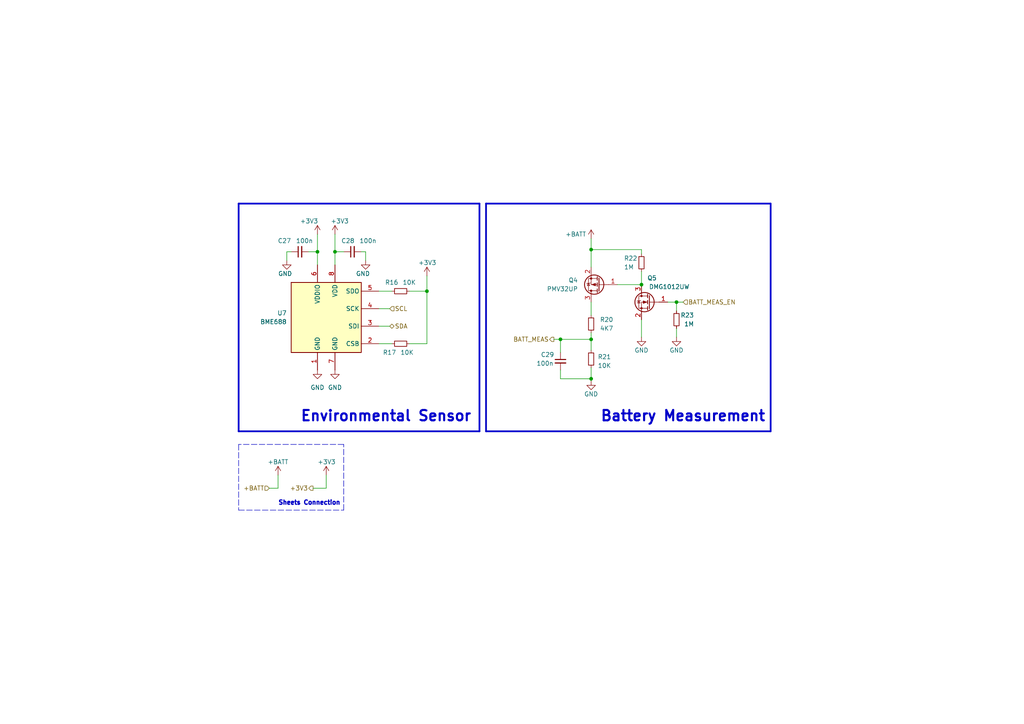
<source format=kicad_sch>
(kicad_sch (version 20231120) (generator "eeschema") (generator_version "8.0")
  (paper "A4")
  (title_block (title "Sensor") (date "2024-04-06") (rev "5") (company "Teapot Laboratories"))
  (lib_symbols
    (symbol "Device:C_Small" (pin_numbers hide) (pin_names (offset 0.254) hide)
      (property "Reference" "C" (at 0.254 1.778 0))
      (property "Value" "C_Small" (at 0.254 -2.032 0))
      (symbol "C_Small_0_1"
        (polyline (pts (xy -1.524 -0.508) (xy 1.524 -0.508)) (stroke (width 0.3302)))
        (polyline (pts (xy -1.524 0.508) (xy 1.524 0.508)) (stroke (width 0.3048)))
      )
      (symbol "C_Small_1_1"
        (pin passive line (at 0 2.54 270) (length 2.032) (name "~") (number "1"))
        (pin passive line (at 0 -2.54 90) (length 2.032) (name "~") (number "2"))
      )
    )
    (symbol "Device:Q_NMOS_GSD" (pin_names (offset 0) hide)
      (property "Reference" "Q" (at 5.08 1.27 0))
      (property "Value" "Q_NMOS_GSD" (at 5.08 -1.27 0))
      (symbol "Q_NMOS_GSD_0_1"
        (polyline (pts (xy 0.254 0) (xy -2.54 0)))
        (polyline (pts (xy 0.254 1.905) (xy 0.254 -1.905)) (stroke (width 0.254)))
        (polyline (pts (xy 0.762 -1.27) (xy 0.762 -2.286)) (stroke (width 0.254)))
        (polyline (pts (xy 0.762 0.508) (xy 0.762 -0.508)) (stroke (width 0.254)))
        (polyline (pts (xy 0.762 2.286) (xy 0.762 1.27)) (stroke (width 0.254)))
        (polyline (pts (xy 2.54 2.54) (xy 2.54 1.778)))
        (polyline (pts (xy 2.54 -2.54) (xy 2.54 0) (xy 0.762 0)))
        (polyline (pts (xy 0.762 -1.778) (xy 3.302 -1.778) (xy 3.302 1.778) (xy 0.762 1.778)))
        (polyline (pts (xy 1.016 0) (xy 2.032 0.381) (xy 2.032 -0.381) (xy 1.016 0)) (fill (type outline)))
        (polyline (pts (xy 2.794 0.508) (xy 2.921 0.381) (xy 3.683 0.381) (xy 3.81 0.254)))
        (polyline (pts (xy 3.302 0.381) (xy 2.921 -0.254) (xy 3.683 -0.254) (xy 3.302 0.381)))
        (circle (center 1.651 0) (radius 2.794) (stroke (width 0.254)))
        (circle (center 2.54 -1.778) (radius 0.254) (fill (type outline)))
        (circle (center 2.54 1.778) (radius 0.254) (fill (type outline)))
      )
      (symbol "Q_NMOS_GSD_1_1"
        (pin input line (at -5.08 0 0) (length 2.54) (name "G") (number "1"))
        (pin passive line (at 2.54 -5.08 90) (length 2.54) (name "S") (number "2"))
        (pin passive line (at 2.54 5.08 270) (length 2.54) (name "D") (number "3"))
      )
    )
    (symbol "Device:Q_PMOS_GSD" (pin_names (offset 0) hide)
      (property "Reference" "Q" (at 5.08 1.27 0))
      (property "Value" "Q_PMOS_GSD" (at 5.08 -1.27 0))
      (symbol "Q_PMOS_GSD_0_1"
        (polyline (pts (xy 0.254 0) (xy -2.54 0)))
        (polyline (pts (xy 0.254 1.905) (xy 0.254 -1.905)) (stroke (width 0.254)))
        (polyline (pts (xy 0.762 -1.27) (xy 0.762 -2.286)) (stroke (width 0.254)))
        (polyline (pts (xy 0.762 0.508) (xy 0.762 -0.508)) (stroke (width 0.254)))
        (polyline (pts (xy 0.762 2.286) (xy 0.762 1.27)) (stroke (width 0.254)))
        (polyline (pts (xy 2.54 2.54) (xy 2.54 1.778)))
        (polyline (pts (xy 2.54 -2.54) (xy 2.54 0) (xy 0.762 0)))
        (polyline (pts (xy 0.762 1.778) (xy 3.302 1.778) (xy 3.302 -1.778) (xy 0.762 -1.778)))
        (polyline (pts (xy 2.286 0) (xy 1.27 0.381) (xy 1.27 -0.381) (xy 2.286 0)) (fill (type outline)))
        (polyline (pts (xy 2.794 -0.508) (xy 2.921 -0.381) (xy 3.683 -0.381) (xy 3.81 -0.254)))
        (polyline (pts (xy 3.302 -0.381) (xy 2.921 0.254) (xy 3.683 0.254) (xy 3.302 -0.381)))
        (circle (center 1.651 0) (radius 2.794) (stroke (width 0.254)))
        (circle (center 2.54 -1.778) (radius 0.254) (fill (type outline)))
        (circle (center 2.54 1.778) (radius 0.254) (fill (type outline)))
      )
      (symbol "Q_PMOS_GSD_1_1"
        (pin input line (at -5.08 0 0) (length 2.54) (name "G") (number "1"))
        (pin passive line (at 2.54 -5.08 90) (length 2.54) (name "S") (number "2"))
        (pin passive line (at 2.54 5.08 270) (length 2.54) (name "D") (number "3"))
      )
    )
    (symbol "Device:R_Small" (pin_numbers hide) (pin_names (offset 0.254) hide)
      (property "Reference" "R" (at 0.762 0.508 0))
      (property "Value" "R_Small" (at 0.762 -1.016 0))
      (symbol "R_Small_0_1"
        (rectangle (start -0.762 1.778) (end 0.762 -1.778) (stroke (width 0.2032)))
      )
      (symbol "R_Small_1_1"
        (pin passive line (at 0 2.54 270) (length 0.762) (name "~") (number "1"))
        (pin passive line (at 0 -2.54 90) (length 0.762) (name "~") (number "2"))
      )
    )
    (symbol "Sensor:BME680"
      (property "Reference" "U" (at -8.89 11.43 0))
      (property "Value" "BME680" (at 7.62 11.43 0))
      (symbol "BME680_0_1"
        (rectangle (start -10.16 10.16) (end 10.16 -10.16) (stroke (width 0.254)) (fill (type background)))
      )
      (symbol "BME680_1_1"
        (pin power_in line (at -2.54 -15.24 90) (length 5.08) (name "GND") (number "1"))
        (pin input line (at 15.24 -7.62 180) (length 5.08) (name "CSB") (number "2"))
        (pin bidirectional line (at 15.24 -2.54 180) (length 5.08) (name "SDI") (number "3"))
        (pin input line (at 15.24 2.54 180) (length 5.08) (name "SCK") (number "4"))
        (pin bidirectional line (at 15.24 7.62 180) (length 5.08) (name "SDO") (number "5"))
        (pin power_in line (at -2.54 15.24 270) (length 5.08) (name "VDDIO") (number "6"))
        (pin power_in line (at 2.54 -15.24 90) (length 5.08) (name "GND") (number "7"))
        (pin power_in line (at 2.54 15.24 270) (length 5.08) (name "VDD") (number "8"))
      )
    )
    (symbol "power:+3V3" (power) (pin_names (offset 0))
      (property "Value" "+3V3" (at 0 3.556 0))
      (symbol "+3V3_0_1"
        (polyline (pts (xy -0.762 1.27) (xy 0 2.54)))
        (polyline (pts (xy 0 0) (xy 0 2.54)))
        (polyline (pts (xy 0 2.54) (xy 0.762 1.27)))
      )
      (symbol "+3V3_1_1"
        (pin power_in line (at 0 0 90) (length 0) hide (name "+3V3") (number "1"))
      )
    )
    (symbol "power:+BATT" (power) (pin_names (offset 0))
      (property "Value" "+BATT" (at 0 3.556 0))
      (symbol "+BATT_0_1"
        (polyline (pts (xy -0.762 1.27) (xy 0 2.54)))
        (polyline (pts (xy 0 0) (xy 0 2.54)))
        (polyline (pts (xy 0 2.54) (xy 0.762 1.27)))
      )
      (symbol "+BATT_1_1"
        (pin power_in line (at 0 0 90) (length 0) hide (name "+BATT") (number "1"))
      )
    )
    (symbol "power:GND" (power) (pin_names (offset 0))
      (property "Value" "GND" (at 0 -3.81 0))
      (symbol "GND_0_1"
        (polyline (pts (xy 0 0) (xy 0 -1.27) (xy 1.27 -1.27) (xy 0 -2.54) (xy -1.27 -1.27) (xy 0 -1.27)))
      )
      (symbol "GND_1_1"
        (pin power_in line (at 0 0 270) (length 0) hide (name "GND") (number "1"))
      )
    )
  )
  (junction (at 162.56 98.425))
  (junction (at 186.055 82.55))
  (junction (at 92.075 73.025))
  (junction (at 123.825 84.455))
  (junction (at 171.45 109.855))
  (junction (at 171.45 72.39))
  (junction (at 97.155 73.025))
  (junction (at 171.45 98.425))
  (junction (at 196.215 87.63))
  (wire (pts (xy 162.56 98.425) (xy 171.45 98.425)))
  (wire (pts (xy 92.075 73.025) (xy 92.075 76.835)))
  (wire (pts (xy 109.855 99.695) (xy 113.665 99.695)))
  (wire (pts (xy 171.45 96.52) (xy 171.45 98.425)))
  (polyline (pts (xy 69.215 59.055) (xy 69.215 125.095)) (stroke (width 0.5)))
  (wire (pts (xy 84.455 73.025) (xy 83.185 73.025)))
  (wire (pts (xy 109.855 94.615) (xy 113.03 94.615)))
  (polyline (pts (xy 69.215 128.905) (xy 69.215 147.955)) (stroke (width 0) (type dash)))
  (polyline (pts (xy 99.695 128.905) (xy 69.215 128.905)) (stroke (width 0) (type dash)))
  (wire (pts (xy 123.825 99.695) (xy 123.825 84.455)))
  (wire (pts (xy 162.56 98.425) (xy 162.56 102.235)))
  (polyline (pts (xy 140.97 59.055) (xy 140.97 125.095)) (stroke (width 0.5)))
  (wire (pts (xy 171.45 109.855) (xy 171.45 110.49)))
  (wire (pts (xy 186.055 73.66) (xy 186.055 72.39)))
  (polyline (pts (xy 69.215 147.955) (xy 99.695 147.955)) (stroke (width 0) (type dash)))
  (wire (pts (xy 171.45 69.215) (xy 171.45 72.39)))
  (wire (pts (xy 123.825 80.01) (xy 123.825 84.455)))
  (wire (pts (xy 186.055 72.39) (xy 171.45 72.39)))
  (wire (pts (xy 118.745 99.695) (xy 123.825 99.695)))
  (wire (pts (xy 109.855 84.455) (xy 113.665 84.455)))
  (polyline (pts (xy 223.52 59.055) (xy 223.52 125.095)) (stroke (width 0.5)))
  (wire (pts (xy 92.075 67.945) (xy 92.075 73.025)))
  (polyline (pts (xy 69.215 59.055) (xy 139.065 59.055)) (stroke (width 0.5)))
  (wire (pts (xy 92.075 73.025) (xy 89.535 73.025)))
  (wire (pts (xy 196.215 95.25) (xy 196.215 97.79)))
  (wire (pts (xy 94.615 141.605) (xy 90.805 141.605)))
  (wire (pts (xy 97.155 73.025) (xy 97.155 76.835)))
  (wire (pts (xy 162.56 107.315) (xy 162.56 109.855)))
  (wire (pts (xy 118.745 84.455) (xy 123.825 84.455)))
  (wire (pts (xy 179.07 82.55) (xy 186.055 82.55)))
  (wire (pts (xy 80.645 141.605) (xy 78.105 141.605)))
  (wire (pts (xy 171.45 98.425) (xy 171.45 101.6)))
  (wire (pts (xy 171.45 106.68) (xy 171.45 109.855)))
  (polyline (pts (xy 223.52 125.095) (xy 140.97 125.095)) (stroke (width 0.5)))
  (wire (pts (xy 196.215 87.63) (xy 196.215 90.17)))
  (wire (pts (xy 186.055 92.71) (xy 186.055 97.79)))
  (polyline (pts (xy 140.97 59.055) (xy 223.52 59.055)) (stroke (width 0.5)))
  (wire (pts (xy 104.775 73.025) (xy 106.045 73.025)))
  (polyline (pts (xy 139.065 59.055) (xy 139.065 125.095)) (stroke (width 0.5)))
  (wire (pts (xy 97.155 73.025) (xy 99.695 73.025)))
  (wire (pts (xy 109.855 89.535) (xy 113.03 89.535)))
  (polyline (pts (xy 99.695 147.955) (xy 99.695 128.905)) (stroke (width 0) (type dash)))
  (wire (pts (xy 80.645 137.795) (xy 80.645 141.605)))
  (wire (pts (xy 171.45 87.63) (xy 171.45 91.44)))
  (wire (pts (xy 171.45 72.39) (xy 171.45 77.47)))
  (wire (pts (xy 193.675 87.63) (xy 196.215 87.63)))
  (wire (pts (xy 186.055 78.74) (xy 186.055 82.55)))
  (wire (pts (xy 106.045 73.025) (xy 106.045 75.565)))
  (wire (pts (xy 97.155 67.945) (xy 97.155 73.025)))
  (wire (pts (xy 162.56 109.855) (xy 171.45 109.855)))
  (wire (pts (xy 196.215 87.63) (xy 198.12 87.63)))
  (polyline (pts (xy 139.065 125.095) (xy 69.215 125.095)) (stroke (width 0.5)))
  (wire (pts (xy 160.655 98.425) (xy 162.56 98.425)))
  (wire (pts (xy 83.185 73.025) (xy 83.185 75.565)))
  (wire (pts (xy 94.615 137.795) (xy 94.615 141.605)))
  (text "Sheets Connection" (at 80.645 146.685 0) (effects (font (size 1.27 1.27) (thickness 0.6) (bold yes)) (justify left bottom)))
  (text "Battery Measurement" (at 173.99 122.555 0) (effects (font (size 3 3) (thickness 0.6) (bold yes)) (justify left bottom)))
  (text "Environmental Sensor" (at 86.995 122.555 0) (effects (font (size 3 3) (thickness 0.6) (bold yes)) (justify left bottom)))
  (hierarchical_label "SDA" (shape bidirectional) (at 113.03 94.615 0))
  (hierarchical_label "SCL" (shape input) (at 113.03 89.535 0))
  (hierarchical_label "+BATT" (shape input) (at 78.105 141.605 180))
  (hierarchical_label "+3V3" (shape output) (at 90.805 141.605 180))
  (hierarchical_label "BATT_MEAS_EN" (shape input) (at 198.12 87.63 0))
  (hierarchical_label "BATT_MEAS" (shape output) (at 160.655 98.425 180))
  (symbol (lib_id "power:GND") (at 106.045 75.565 0) (mirror y) (unit 1)
    (property "Reference" "#PWR081" (effects (hide yes)))
    (property "Value" "GND" (at 107.315 79.375 0) (effects (justify left)))
    (instances (project "atlas" (path "" (reference "#PWR081") (unit 1))) (project "bwlr1e" (path "" (reference "#PWR09") (unit 1))))
  )
  (symbol (lib_id "Device:R_Small") (at 171.45 93.98 0) (unit 1)
    (property "Reference" "R20" (at 173.99 92.7099 0) (effects (justify left)))
    (property "Value" "4K7" (at 173.99 95.2499 0) (effects (justify left)))
    (property "Footprint" "Resistor_SMD:R_0402_1005Metric" (effects (hide yes)))
    (property "Datasheet" "https://datasheet.lcsc.com/lcsc/2206010045_UNI-ROYAL-Uniroyal-Elec-0402WGF4701TCE_C25900.pdf" (effects (hide yes)))
    (property "Part Description" "Resistor 62.5mW ±1% 4.7kΩ" (effects (hide yes)))
    (property "Manufacturer" "UNI-ROYAL(Uniroyal Elec)" (effects (hide yes)))
    (property "Manufacturer Part Number" "0402WGF4701TCE" (effects (hide yes)))
    (property "Distributor" "LCSC" (effects (hide yes)))
    (property "Distributor Part Number" "C25900" (effects (hide yes)))
    (property "Distributor Link" "https://www.lcsc.com/product-detail/Chip-Resistor-Surface-Mount_UNI-ROYAL-Uniroyal-Elec-0402WGF4701TCE_C25900.html" (effects (hide yes)))
    (instances (project "atlas" (path "" (reference "R20") (unit 1))) (project "bwlr3d" (path "" (reference "R1") (unit 1))))
  )
  (symbol (lib_id "power:GND") (at 196.215 97.79 0) (mirror y) (unit 1)
    (property "Reference" "#PWR087" (effects (hide yes)))
    (property "Value" "GND" (at 196.215 101.6 0))
    (instances (project "atlas" (path "" (reference "#PWR087") (unit 1))) (project "bwlr3d" (path "" (reference "#PWR0138") (unit 1))))
  )
  (symbol (lib_id "Device:Q_NMOS_GSD") (at 188.595 87.63 0) (mirror y) (unit 1)
    (property "Reference" "Q5" (at 190.5 80.645 0) (effects (justify left)))
    (property "Value" "DMG1012UW" (at 200.025 83.185 0) (effects (justify left)))
    (property "Footprint" "Package_TO_SOT_SMD:SOT-323_SC-70" (effects (hide yes)))
    (property "Datasheet" "https://datasheet.lcsc.com/lcsc/1806090918_Diodes-Incorporated-DMG1012UW-7_C156390.pdf" (effects (hide yes)))
    (property "Part Description" "MOSFET N Channel 20V 1A 450mΩ@4.5V 600mA 290mW " (effects (hide yes)))
    (property "Manufacturer" "Diodes Incorporated" (effects (hide yes)))
    (property "Manufacturer Part Number" "DMG1012UW-7" (effects (hide yes)))
    (property "Distributor" "LCSC" (effects (hide yes)))
    (property "Distributor Part Number" "C156390" (effects (hide yes)))
    (property "Distributor Link" "https://www.lcsc.com/product-detail/MOSFETs_Diodes-Incorporated-DMG1012UW-7_C156390.html" (effects (hide yes)))
    (instances (project "atlas" (path "" (reference "Q5") (unit 1))) (project "bwlr3d" (path "" (reference "Q4") (unit 1))))
  )
  (symbol (lib_id "power:+3V3") (at 97.155 67.945 0) (mirror y) (unit 1)
    (property "Reference" "#PWR079" (effects (hide yes)))
    (property "Value" "+3V3" (at 95.885 64.135 0) (effects (justify right)))
    (instances (project "atlas" (path "" (reference "#PWR079") (unit 1))) (project "bwlr1e" (path "" (reference "#PWR0103") (unit 1))))
  )
  (symbol (lib_id "power:GND") (at 92.075 107.315 0) (unit 1)
    (property "Reference" "#PWR077" (effects (hide yes)))
    (property "Value" "GND" (at 92.075 112.395 0))
    (instances (project "atlas" (path "" (reference "#PWR077") (unit 1))) (project "bwlr1e" (path "" (reference "#PWR06") (unit 1))))
  )
  (symbol (lib_id "power:GND") (at 97.155 107.315 0) (unit 1)
    (property "Reference" "#PWR080" (effects (hide yes)))
    (property "Value" "GND" (at 97.155 112.395 0))
    (instances (project "atlas" (path "" (reference "#PWR080") (unit 1))) (project "bwlr1e" (path "" (reference "#PWR08") (unit 1))))
  )
  (symbol (lib_id "power:GND") (at 171.45 110.49 0) (unit 1)
    (property "Reference" "#PWR084" (effects (hide yes)))
    (property "Value" "GND" (at 171.45 114.3 0))
    (instances (project "atlas" (path "" (reference "#PWR084") (unit 1))) (project "bwlr3d" (path "" (reference "#PWR0128") (unit 1))))
  )
  (symbol (lib_id "Device:C_Small") (at 102.235 73.025 90) (unit 1)
    (property "Reference" "C28" (at 102.87 69.85 90) (effects (justify left)))
    (property "Value" "100n" (at 109.22 69.85 90) (effects (justify left)))
    (property "Footprint" "Capacitor_SMD:C_0402_1005Metric" (effects (hide yes)))
    (property "Datasheet" "https://datasheet.lcsc.com/lcsc/2304140030_Samsung-Electro-Mechanics-CL05B104KO5NNNC_C1525.pdf" (effects (hide yes)))
    (property "Part Description" "Ceramic Capacitor 16V 100nF X7R ±10%" (effects (hide yes)))
    (property "Manufacturer" "Samsung Electro-Mechanics" (effects (hide yes)))
    (property "Manufacturer Part Number" "CL05B104KO5NNNC" (effects (hide yes)))
    (property "Distributor" "LCSC" (effects (hide yes)))
    (property "Distributor Part Number" "C1525" (effects (hide yes)))
    (property "Distributor Link" "https://www.lcsc.com/product-detail/Multilayer-Ceramic-Capacitors-MLCC-SMD-SMT_Samsung-Electro-Mechanics-CL05B104KO5NNNC_C1525.html" (effects (hide yes)))
    (instances (project "atlas" (path "" (reference "C28") (unit 1))) (project "bwlr1e-prog" (path "" (reference "C5") (unit 1))) (project "Penguino-STM32WL-LoRa-E5" (path "" (reference "C4") (unit 1))))
  )
  (symbol (lib_id "Device:Q_PMOS_GSD") (at 173.99 82.55 180) (unit 1)
    (property "Reference" "Q4" (at 167.64 81.2799 0) (effects (justify left)))
    (property "Value" "PMV32UP" (at 167.64 83.8199 0) (effects (justify left)))
    (property "Footprint" "Package_TO_SOT_SMD:SOT-23" (effects (hide yes)))
    (property "Datasheet" "https://datasheet.lcsc.com/lcsc/2201211500_TECH-PUBLIC-PMV32UP_C2959851.pdf" (effects (hide yes)))
    (property "Part Description" "MOSFET P Channel 20V 4A 52mΩ@4.5V" (effects (hide yes)))
    (property "Manufacturer" "TECH PUBLIC" (effects (hide yes)))
    (property "Manufacturer Part Number" "PMV32UP" (effects (hide yes)))
    (property "Distributor" "LCSC" (effects (hide yes)))
    (property "Distributor Part Number" "C2959851" (effects (hide yes)))
    (property "Distributor Link" "https://www.lcsc.com/product-detail/MOSFETs_TECH-PUBLIC-PMV32UP_C2959851.html" (effects (hide yes)))
    (instances (project "atlas" (path "" (reference "Q4") (unit 1))) (project "bwlr3d" (path "" (reference "Q3") (unit 1))))
  )
  (symbol (lib_id "Device:R_Small") (at 116.205 84.455 90) (unit 1)
    (property "Reference" "R16" (at 115.57 81.915 90) (effects (justify left)))
    (property "Value" "10K" (at 120.65 81.915 90) (effects (justify left)))
    (property "Footprint" "Resistor_SMD:R_0402_1005Metric" (effects (hide yes)))
    (property "Datasheet" "https://datasheet.lcsc.com/lcsc/2206010100_UNI-ROYAL-Uniroyal-Elec-0402WGF1002TCE_C25744.pdf" (effects (hide yes)))
    (property "Part Description" "Resistors 62.5mW ±1% 10kΩ" (effects (hide yes)))
    (property "Manufacturer" "UNI-ROYAL(Uniroyal Elec)" (effects (hide yes)))
    (property "Manufacturer Part Number" "0402WGF1002TCE" (effects (hide yes)))
    (property "Distributor" "LCSC" (effects (hide yes)))
    (property "Distributor Part Number" "C25744" (effects (hide yes)))
    (property "Distributor Link" "https://www.lcsc.com/product-detail/Chip-Resistor-Surface-Mount_UNI-ROYAL-Uniroyal-Elec-0402WGF1002TCE_C25744.html" (effects (hide yes)))
    (instances (project "atlas" (path "" (reference "R16") (unit 1))) (project "bwlr3d" (path "" (reference "R6") (unit 1))))
  )
  (symbol (lib_id "power:+3V3") (at 123.825 80.01 0) (mirror y) (unit 1)
    (property "Reference" "#PWR082" (effects (hide yes)))
    (property "Value" "+3V3" (at 121.285 76.2 0) (effects (justify right)))
    (instances (project "atlas" (path "" (reference "#PWR082") (unit 1))) (project "bwlr1e" (path "" (reference "#PWR0119") (unit 1))))
  )
  (symbol (lib_id "power:GND") (at 186.055 97.79 0) (mirror y) (unit 1)
    (property "Reference" "#PWR086" (effects (hide yes)))
    (property "Value" "GND" (at 186.055 101.6 0))
    (instances (project "atlas" (path "" (reference "#PWR086") (unit 1))) (project "bwlr3d" (path "" (reference "#PWR0139") (unit 1))))
  )
  (symbol (lib_id "Device:C_Small") (at 162.56 104.775 0) (unit 1)
    (property "Reference" "C29" (at 156.845 102.87 0) (effects (justify left)))
    (property "Value" "100n" (at 155.575 105.41 0) (effects (justify left)))
    (property "Footprint" "Capacitor_SMD:C_0402_1005Metric" (effects (hide yes)))
    (property "Datasheet" "https://datasheet.lcsc.com/lcsc/2304140030_Samsung-Electro-Mechanics-CL05B104KO5NNNC_C1525.pdf" (effects (hide yes)))
    (property "Part Description" "Ceramic Capacitor 16V 100nF X7R ±10%" (effects (hide yes)))
    (property "Manufacturer" "Samsung Electro-Mechanics" (effects (hide yes)))
    (property "Manufacturer Part Number" "CL05B104KO5NNNC" (effects (hide yes)))
    (property "Distributor" "LCSC" (effects (hide yes)))
    (property "Distributor Part Number" "C1525" (effects (hide yes)))
    (property "Distributor Link" "https://www.lcsc.com/product-detail/Multilayer-Ceramic-Capacitors-MLCC-SMD-SMT_Samsung-Electro-Mechanics-CL05B104KO5NNNC_C1525.html" (effects (hide yes)))
    (instances (project "atlas" (path "" (reference "C29") (unit 1))) (project "bwlr1e-prog" (path "" (reference "C5") (unit 1))) (project "Penguino-STM32WL-LoRa-E5" (path "" (reference "C4") (unit 1))))
  )
  (symbol (lib_id "Device:R_Small") (at 186.055 76.2 0) (unit 1)
    (property "Reference" "R22" (at 180.975 74.93 0) (effects (justify left)))
    (property "Value" "1M" (at 180.975 77.47 0) (effects (justify left)))
    (property "Footprint" "Resistor_SMD:R_0402_1005Metric" (effects (hide yes)))
    (property "Datasheet" "https://datasheet.lcsc.com/lcsc/2206010030_UNI-ROYAL-Uniroyal-Elec-0402WGF1004TCE_C26083.pdf" (effects (hide yes)))
    (property "Part Description" "Resistor 62.5mW ±1% 1MΩ" (effects (hide yes)))
    (property "Manufacturer" "UNI-ROYAL(Uniroyal Elec)" (effects (hide yes)))
    (property "Manufacturer Part Number" "0402WGF1004TCE" (effects (hide yes)))
    (property "Distributor" "LCSC" (effects (hide yes)))
    (property "Distributor Part Number" "C26083" (effects (hide yes)))
    (property "Distributor Link" "https://www.lcsc.com/product-detail/Chip-Resistor-Surface-Mount_UNI-ROYAL-Uniroyal-Elec-0402WGF1004TCE_C26083.html" (effects (hide yes)))
    (instances (project "atlas" (path "" (reference "R22") (unit 1))) (project "bwlr1e" (path "" (reference "R8") (unit 1))))
  )
  (symbol (lib_id "Device:R_Small") (at 116.205 99.695 90) (mirror x) (unit 1)
    (property "Reference" "R17" (at 114.935 102.235 90) (effects (justify left)))
    (property "Value" "10K" (at 120.015 102.235 90) (effects (justify left)))
    (property "Footprint" "Resistor_SMD:R_0402_1005Metric" (effects (hide yes)))
    (property "Datasheet" "https://datasheet.lcsc.com/lcsc/2206010100_UNI-ROYAL-Uniroyal-Elec-0402WGF1002TCE_C25744.pdf" (effects (hide yes)))
    (property "Part Description" "Resistors 62.5mW ±1% 10kΩ" (effects (hide yes)))
    (property "Manufacturer" "UNI-ROYAL(Uniroyal Elec)" (effects (hide yes)))
    (property "Manufacturer Part Number" "0402WGF1002TCE" (effects (hide yes)))
    (property "Distributor" "LCSC" (effects (hide yes)))
    (property "Distributor Part Number" "C25744" (effects (hide yes)))
    (property "Distributor Link" "https://www.lcsc.com/product-detail/Chip-Resistor-Surface-Mount_UNI-ROYAL-Uniroyal-Elec-0402WGF1002TCE_C25744.html" (effects (hide yes)))
    (instances (project "atlas" (path "" (reference "R17") (unit 1))) (project "bwlr3d" (path "" (reference "R6") (unit 1))))
  )
  (symbol (lib_id "power:+BATT") (at 171.45 69.215 0) (unit 1)
    (property "Reference" "#PWR083" (effects (hide yes)))
    (property "Value" "+BATT" (at 167.005 67.945 0))
    (instances (project "atlas" (path "" (reference "#PWR083") (unit 1))) (project "bwlr1e-prog" (path "" (reference "#PWR018") (unit 1))) (project "feather_rak3172" (path "" (reference "#PWR0131") (unit 1))))
  )
  (symbol (lib_id "Device:R_Small") (at 171.45 104.14 0) (mirror x) (unit 1)
    (property "Reference" "R21" (at 173.355 103.505 0) (effects (justify left)))
    (property "Value" "10K" (at 173.355 106.045 0) (effects (justify left)))
    (property "Footprint" "Resistor_SMD:R_0402_1005Metric" (effects (hide yes)))
    (property "Datasheet" "https://datasheet.lcsc.com/lcsc/2206010100_UNI-ROYAL-Uniroyal-Elec-0402WGF1002TCE_C25744.pdf" (effects (hide yes)))
    (property "Part Description" "Resistors 62.5mW ±1% 10kΩ" (effects (hide yes)))
    (property "Manufacturer" "UNI-ROYAL(Uniroyal Elec)" (effects (hide yes)))
    (property "Manufacturer Part Number" "0402WGF1002TCE" (effects (hide yes)))
    (property "Distributor" "LCSC" (effects (hide yes)))
    (property "Distributor Part Number" "C25744" (effects (hide yes)))
    (property "Distributor Link" "https://www.lcsc.com/product-detail/Chip-Resistor-Surface-Mount_UNI-ROYAL-Uniroyal-Elec-0402WGF1002TCE_C25744.html" (effects (hide yes)))
    (instances (project "atlas" (path "" (reference "R21") (unit 1))) (project "bwlr3d" (path "" (reference "R6") (unit 1))))
  )
  (symbol (lib_id "Device:C_Small") (at 86.995 73.025 90) (unit 1)
    (property "Reference" "C27" (at 84.455 69.85 90) (effects (justify left)))
    (property "Value" "100n" (at 90.805 69.85 90) (effects (justify left)))
    (property "Footprint" "Capacitor_SMD:C_0402_1005Metric" (effects (hide yes)))
    (property "Datasheet" "https://datasheet.lcsc.com/lcsc/2304140030_Samsung-Electro-Mechanics-CL05B104KO5NNNC_C1525.pdf" (effects (hide yes)))
    (property "Part Description" "Ceramic Capacitor 16V 100nF X7R ±10%" (effects (hide yes)))
    (property "Manufacturer" "Samsung Electro-Mechanics" (effects (hide yes)))
    (property "Manufacturer Part Number" "CL05B104KO5NNNC" (effects (hide yes)))
    (property "Distributor" "LCSC" (effects (hide yes)))
    (property "Distributor Part Number" "C1525" (effects (hide yes)))
    (property "Distributor Link" "https://www.lcsc.com/product-detail/Multilayer-Ceramic-Capacitors-MLCC-SMD-SMT_Samsung-Electro-Mechanics-CL05B104KO5NNNC_C1525.html" (effects (hide yes)))
    (instances (project "atlas" (path "" (reference "C27") (unit 1))) (project "bwlr1e-prog" (path "" (reference "C5") (unit 1))) (project "Penguino-STM32WL-LoRa-E5" (path "" (reference "C4") (unit 1))))
  )
  (symbol (lib_id "power:GND") (at 83.185 75.565 0) (unit 1)
    (property "Reference" "#PWR075" (effects (hide yes)))
    (property "Value" "GND" (at 80.645 79.375 0) (effects (justify left)))
    (instances (project "atlas" (path "" (reference "#PWR075") (unit 1))) (project "bwlr1e" (path "" (reference "#PWR04") (unit 1))))
  )
  (symbol (lib_id "Device:R_Small") (at 196.215 92.71 0) (mirror y) (unit 1)
    (property "Reference" "R23" (at 201.295 91.44 0) (effects (justify left)))
    (property "Value" "1M" (at 201.295 93.98 0) (effects (justify left)))
    (property "Footprint" "Resistor_SMD:R_0402_1005Metric" (effects (hide yes)))
    (property "Datasheet" "https://datasheet.lcsc.com/lcsc/2206010030_UNI-ROYAL-Uniroyal-Elec-0402WGF1004TCE_C26083.pdf" (effects (hide yes)))
    (property "Part Description" "Resistor 62.5mW ±1% 1MΩ" (effects (hide yes)))
    (property "Manufacturer" "UNI-ROYAL(Uniroyal Elec)" (effects (hide yes)))
    (property "Manufacturer Part Number" "0402WGF1004TCE" (effects (hide yes)))
    (property "Distributor" "LCSC" (effects (hide yes)))
    (property "Distributor Part Number" "C26083" (effects (hide yes)))
    (property "Distributor Link" "https://www.lcsc.com/product-detail/Chip-Resistor-Surface-Mount_UNI-ROYAL-Uniroyal-Elec-0402WGF1004TCE_C26083.html" (effects (hide yes)))
    (instances (project "atlas" (path "" (reference "R23") (unit 1))) (project "bwlr1e" (path "" (reference "R8") (unit 1))))
  )
  (symbol (lib_id "Sensor:BME680") (at 94.615 92.075 0) (unit 1)
    (property "Reference" "U7" (at 83.185 90.805 0) (effects (justify right)))
    (property "Value" "BME688" (at 83.185 93.345 0) (effects (justify right)))
    (property "Footprint" "atlas:BME680-PSON80P300X300X100-8N" (effects (hide yes)))
    (property "Datasheet" "https://www.bosch-sensortec.com/media/boschsensortec/downloads/datasheets/bst-bme688-ds000.pdf" (effects (hide yes)))
    (property "Part Description" "Gas, Humidity, Pressure, Temperature Sensor I²C, SPI Output" (effects (hide yes)))
    (property "Manufacturer" "Bosch Sensortec" (effects (hide yes)))
    (property "Manufacturer Part Number" "BME688" (effects (hide yes)))
    (property "Distributor" "Digikey" (effects (hide yes)))
    (property "Distributor Part Number" "828-BME688CT-ND" (effects (hide yes)))
    (property "Distributor Link" "https://www.digikey.com/en/products/detail/bosch-sensortec/BME688/13681261" (effects (hide yes)))
    (instances (project "atlas" (path "" (reference "U7") (unit 1))) (project "bwlr1e" (path "" (reference "U1") (unit 1))))
  )
  (symbol (lib_id "power:+BATT") (at 80.645 137.795 0) (unit 1)
    (property "Reference" "#PWR074" (effects (hide yes)))
    (property "Value" "+BATT" (at 80.645 133.985 0))
    (instances (project "atlas" (path "" (reference "#PWR074") (unit 1))) (project "bwlr1e-prog" (path "" (reference "#PWR018") (unit 1))) (project "feather_rak3172" (path "" (reference "#PWR0131") (unit 1))))
  )
  (symbol (lib_id "power:+3V3") (at 92.075 67.945 0) (mirror y) (unit 1)
    (property "Reference" "#PWR076" (effects (hide yes)))
    (property "Value" "+3V3" (at 86.995 64.135 0) (effects (justify right)))
    (instances (project "atlas" (path "" (reference "#PWR076") (unit 1))) (project "bwlr1e" (path "" (reference "#PWR0101") (unit 1))))
  )
  (symbol (lib_id "power:+3V3") (at 94.615 137.795 0) (mirror y) (unit 1)
    (property "Reference" "#PWR078" (effects (hide yes)))
    (property "Value" "+3V3" (at 92.075 133.985 0) (effects (justify right)))
    (instances (project "atlas" (path "" (reference "#PWR078") (unit 1))) (project "bwlr1e" (path "" (reference "#PWR0134") (unit 1))))
  )
)
</source>
